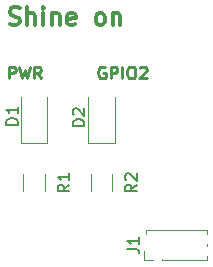
<source format=gbr>
%TF.GenerationSoftware,KiCad,Pcbnew,9.0.2-9.0.2-0~ubuntu22.04.1*%
%TF.CreationDate,2025-07-10T14:11:49-04:00*%
%TF.ProjectId,SOYCC,534f5943-432e-46b6-9963-61645f706362,rev?*%
%TF.SameCoordinates,Original*%
%TF.FileFunction,Legend,Top*%
%TF.FilePolarity,Positive*%
%FSLAX46Y46*%
G04 Gerber Fmt 4.6, Leading zero omitted, Abs format (unit mm)*
G04 Created by KiCad (PCBNEW 9.0.2-9.0.2-0~ubuntu22.04.1) date 2025-07-10 14:11:49*
%MOMM*%
%LPD*%
G01*
G04 APERTURE LIST*
%ADD10C,0.250000*%
%ADD11C,0.300000*%
%ADD12C,0.150000*%
%ADD13C,0.120000*%
G04 APERTURE END LIST*
D10*
X132482568Y-83684619D02*
X132482568Y-82684619D01*
X132482568Y-82684619D02*
X132863520Y-82684619D01*
X132863520Y-82684619D02*
X132958758Y-82732238D01*
X132958758Y-82732238D02*
X133006377Y-82779857D01*
X133006377Y-82779857D02*
X133053996Y-82875095D01*
X133053996Y-82875095D02*
X133053996Y-83017952D01*
X133053996Y-83017952D02*
X133006377Y-83113190D01*
X133006377Y-83113190D02*
X132958758Y-83160809D01*
X132958758Y-83160809D02*
X132863520Y-83208428D01*
X132863520Y-83208428D02*
X132482568Y-83208428D01*
X133387330Y-82684619D02*
X133625425Y-83684619D01*
X133625425Y-83684619D02*
X133815901Y-82970333D01*
X133815901Y-82970333D02*
X134006377Y-83684619D01*
X134006377Y-83684619D02*
X134244473Y-82684619D01*
X135196853Y-83684619D02*
X134863520Y-83208428D01*
X134625425Y-83684619D02*
X134625425Y-82684619D01*
X134625425Y-82684619D02*
X135006377Y-82684619D01*
X135006377Y-82684619D02*
X135101615Y-82732238D01*
X135101615Y-82732238D02*
X135149234Y-82779857D01*
X135149234Y-82779857D02*
X135196853Y-82875095D01*
X135196853Y-82875095D02*
X135196853Y-83017952D01*
X135196853Y-83017952D02*
X135149234Y-83113190D01*
X135149234Y-83113190D02*
X135101615Y-83160809D01*
X135101615Y-83160809D02*
X135006377Y-83208428D01*
X135006377Y-83208428D02*
X134625425Y-83208428D01*
D11*
X132563082Y-79104400D02*
X132777368Y-79175828D01*
X132777368Y-79175828D02*
X133134510Y-79175828D01*
X133134510Y-79175828D02*
X133277368Y-79104400D01*
X133277368Y-79104400D02*
X133348796Y-79032971D01*
X133348796Y-79032971D02*
X133420225Y-78890114D01*
X133420225Y-78890114D02*
X133420225Y-78747257D01*
X133420225Y-78747257D02*
X133348796Y-78604400D01*
X133348796Y-78604400D02*
X133277368Y-78532971D01*
X133277368Y-78532971D02*
X133134510Y-78461542D01*
X133134510Y-78461542D02*
X132848796Y-78390114D01*
X132848796Y-78390114D02*
X132705939Y-78318685D01*
X132705939Y-78318685D02*
X132634510Y-78247257D01*
X132634510Y-78247257D02*
X132563082Y-78104400D01*
X132563082Y-78104400D02*
X132563082Y-77961542D01*
X132563082Y-77961542D02*
X132634510Y-77818685D01*
X132634510Y-77818685D02*
X132705939Y-77747257D01*
X132705939Y-77747257D02*
X132848796Y-77675828D01*
X132848796Y-77675828D02*
X133205939Y-77675828D01*
X133205939Y-77675828D02*
X133420225Y-77747257D01*
X134063081Y-79175828D02*
X134063081Y-77675828D01*
X134705939Y-79175828D02*
X134705939Y-78390114D01*
X134705939Y-78390114D02*
X134634510Y-78247257D01*
X134634510Y-78247257D02*
X134491653Y-78175828D01*
X134491653Y-78175828D02*
X134277367Y-78175828D01*
X134277367Y-78175828D02*
X134134510Y-78247257D01*
X134134510Y-78247257D02*
X134063081Y-78318685D01*
X135420224Y-79175828D02*
X135420224Y-78175828D01*
X135420224Y-77675828D02*
X135348796Y-77747257D01*
X135348796Y-77747257D02*
X135420224Y-77818685D01*
X135420224Y-77818685D02*
X135491653Y-77747257D01*
X135491653Y-77747257D02*
X135420224Y-77675828D01*
X135420224Y-77675828D02*
X135420224Y-77818685D01*
X136134510Y-78175828D02*
X136134510Y-79175828D01*
X136134510Y-78318685D02*
X136205939Y-78247257D01*
X136205939Y-78247257D02*
X136348796Y-78175828D01*
X136348796Y-78175828D02*
X136563082Y-78175828D01*
X136563082Y-78175828D02*
X136705939Y-78247257D01*
X136705939Y-78247257D02*
X136777368Y-78390114D01*
X136777368Y-78390114D02*
X136777368Y-79175828D01*
X138063082Y-79104400D02*
X137920225Y-79175828D01*
X137920225Y-79175828D02*
X137634511Y-79175828D01*
X137634511Y-79175828D02*
X137491653Y-79104400D01*
X137491653Y-79104400D02*
X137420225Y-78961542D01*
X137420225Y-78961542D02*
X137420225Y-78390114D01*
X137420225Y-78390114D02*
X137491653Y-78247257D01*
X137491653Y-78247257D02*
X137634511Y-78175828D01*
X137634511Y-78175828D02*
X137920225Y-78175828D01*
X137920225Y-78175828D02*
X138063082Y-78247257D01*
X138063082Y-78247257D02*
X138134511Y-78390114D01*
X138134511Y-78390114D02*
X138134511Y-78532971D01*
X138134511Y-78532971D02*
X137420225Y-78675828D01*
X140134510Y-79175828D02*
X139991653Y-79104400D01*
X139991653Y-79104400D02*
X139920224Y-79032971D01*
X139920224Y-79032971D02*
X139848796Y-78890114D01*
X139848796Y-78890114D02*
X139848796Y-78461542D01*
X139848796Y-78461542D02*
X139920224Y-78318685D01*
X139920224Y-78318685D02*
X139991653Y-78247257D01*
X139991653Y-78247257D02*
X140134510Y-78175828D01*
X140134510Y-78175828D02*
X140348796Y-78175828D01*
X140348796Y-78175828D02*
X140491653Y-78247257D01*
X140491653Y-78247257D02*
X140563082Y-78318685D01*
X140563082Y-78318685D02*
X140634510Y-78461542D01*
X140634510Y-78461542D02*
X140634510Y-78890114D01*
X140634510Y-78890114D02*
X140563082Y-79032971D01*
X140563082Y-79032971D02*
X140491653Y-79104400D01*
X140491653Y-79104400D02*
X140348796Y-79175828D01*
X140348796Y-79175828D02*
X140134510Y-79175828D01*
X141277367Y-78175828D02*
X141277367Y-79175828D01*
X141277367Y-78318685D02*
X141348796Y-78247257D01*
X141348796Y-78247257D02*
X141491653Y-78175828D01*
X141491653Y-78175828D02*
X141705939Y-78175828D01*
X141705939Y-78175828D02*
X141848796Y-78247257D01*
X141848796Y-78247257D02*
X141920225Y-78390114D01*
X141920225Y-78390114D02*
X141920225Y-79175828D01*
D10*
X140626377Y-82732238D02*
X140531139Y-82684619D01*
X140531139Y-82684619D02*
X140388282Y-82684619D01*
X140388282Y-82684619D02*
X140245425Y-82732238D01*
X140245425Y-82732238D02*
X140150187Y-82827476D01*
X140150187Y-82827476D02*
X140102568Y-82922714D01*
X140102568Y-82922714D02*
X140054949Y-83113190D01*
X140054949Y-83113190D02*
X140054949Y-83256047D01*
X140054949Y-83256047D02*
X140102568Y-83446523D01*
X140102568Y-83446523D02*
X140150187Y-83541761D01*
X140150187Y-83541761D02*
X140245425Y-83637000D01*
X140245425Y-83637000D02*
X140388282Y-83684619D01*
X140388282Y-83684619D02*
X140483520Y-83684619D01*
X140483520Y-83684619D02*
X140626377Y-83637000D01*
X140626377Y-83637000D02*
X140673996Y-83589380D01*
X140673996Y-83589380D02*
X140673996Y-83256047D01*
X140673996Y-83256047D02*
X140483520Y-83256047D01*
X141102568Y-83684619D02*
X141102568Y-82684619D01*
X141102568Y-82684619D02*
X141483520Y-82684619D01*
X141483520Y-82684619D02*
X141578758Y-82732238D01*
X141578758Y-82732238D02*
X141626377Y-82779857D01*
X141626377Y-82779857D02*
X141673996Y-82875095D01*
X141673996Y-82875095D02*
X141673996Y-83017952D01*
X141673996Y-83017952D02*
X141626377Y-83113190D01*
X141626377Y-83113190D02*
X141578758Y-83160809D01*
X141578758Y-83160809D02*
X141483520Y-83208428D01*
X141483520Y-83208428D02*
X141102568Y-83208428D01*
X142102568Y-83684619D02*
X142102568Y-82684619D01*
X142769234Y-82684619D02*
X142959710Y-82684619D01*
X142959710Y-82684619D02*
X143054948Y-82732238D01*
X143054948Y-82732238D02*
X143150186Y-82827476D01*
X143150186Y-82827476D02*
X143197805Y-83017952D01*
X143197805Y-83017952D02*
X143197805Y-83351285D01*
X143197805Y-83351285D02*
X143150186Y-83541761D01*
X143150186Y-83541761D02*
X143054948Y-83637000D01*
X143054948Y-83637000D02*
X142959710Y-83684619D01*
X142959710Y-83684619D02*
X142769234Y-83684619D01*
X142769234Y-83684619D02*
X142673996Y-83637000D01*
X142673996Y-83637000D02*
X142578758Y-83541761D01*
X142578758Y-83541761D02*
X142531139Y-83351285D01*
X142531139Y-83351285D02*
X142531139Y-83017952D01*
X142531139Y-83017952D02*
X142578758Y-82827476D01*
X142578758Y-82827476D02*
X142673996Y-82732238D01*
X142673996Y-82732238D02*
X142769234Y-82684619D01*
X143578758Y-82779857D02*
X143626377Y-82732238D01*
X143626377Y-82732238D02*
X143721615Y-82684619D01*
X143721615Y-82684619D02*
X143959710Y-82684619D01*
X143959710Y-82684619D02*
X144054948Y-82732238D01*
X144054948Y-82732238D02*
X144102567Y-82779857D01*
X144102567Y-82779857D02*
X144150186Y-82875095D01*
X144150186Y-82875095D02*
X144150186Y-82970333D01*
X144150186Y-82970333D02*
X144102567Y-83113190D01*
X144102567Y-83113190D02*
X143531139Y-83684619D01*
X143531139Y-83684619D02*
X144150186Y-83684619D01*
D12*
X142529819Y-98123333D02*
X143244104Y-98123333D01*
X143244104Y-98123333D02*
X143386961Y-98170952D01*
X143386961Y-98170952D02*
X143482200Y-98266190D01*
X143482200Y-98266190D02*
X143529819Y-98409047D01*
X143529819Y-98409047D02*
X143529819Y-98504285D01*
X143529819Y-97123333D02*
X143529819Y-97694761D01*
X143529819Y-97409047D02*
X142529819Y-97409047D01*
X142529819Y-97409047D02*
X142672676Y-97504285D01*
X142672676Y-97504285D02*
X142767914Y-97599523D01*
X142767914Y-97599523D02*
X142815533Y-97694761D01*
X133244819Y-87603094D02*
X132244819Y-87603094D01*
X132244819Y-87603094D02*
X132244819Y-87364999D01*
X132244819Y-87364999D02*
X132292438Y-87222142D01*
X132292438Y-87222142D02*
X132387676Y-87126904D01*
X132387676Y-87126904D02*
X132482914Y-87079285D01*
X132482914Y-87079285D02*
X132673390Y-87031666D01*
X132673390Y-87031666D02*
X132816247Y-87031666D01*
X132816247Y-87031666D02*
X133006723Y-87079285D01*
X133006723Y-87079285D02*
X133101961Y-87126904D01*
X133101961Y-87126904D02*
X133197200Y-87222142D01*
X133197200Y-87222142D02*
X133244819Y-87364999D01*
X133244819Y-87364999D02*
X133244819Y-87603094D01*
X133244819Y-86079285D02*
X133244819Y-86650713D01*
X133244819Y-86364999D02*
X132244819Y-86364999D01*
X132244819Y-86364999D02*
X132387676Y-86460237D01*
X132387676Y-86460237D02*
X132482914Y-86555475D01*
X132482914Y-86555475D02*
X132530533Y-86650713D01*
X138884819Y-87733094D02*
X137884819Y-87733094D01*
X137884819Y-87733094D02*
X137884819Y-87494999D01*
X137884819Y-87494999D02*
X137932438Y-87352142D01*
X137932438Y-87352142D02*
X138027676Y-87256904D01*
X138027676Y-87256904D02*
X138122914Y-87209285D01*
X138122914Y-87209285D02*
X138313390Y-87161666D01*
X138313390Y-87161666D02*
X138456247Y-87161666D01*
X138456247Y-87161666D02*
X138646723Y-87209285D01*
X138646723Y-87209285D02*
X138741961Y-87256904D01*
X138741961Y-87256904D02*
X138837200Y-87352142D01*
X138837200Y-87352142D02*
X138884819Y-87494999D01*
X138884819Y-87494999D02*
X138884819Y-87733094D01*
X137980057Y-86780713D02*
X137932438Y-86733094D01*
X137932438Y-86733094D02*
X137884819Y-86637856D01*
X137884819Y-86637856D02*
X137884819Y-86399761D01*
X137884819Y-86399761D02*
X137932438Y-86304523D01*
X137932438Y-86304523D02*
X137980057Y-86256904D01*
X137980057Y-86256904D02*
X138075295Y-86209285D01*
X138075295Y-86209285D02*
X138170533Y-86209285D01*
X138170533Y-86209285D02*
X138313390Y-86256904D01*
X138313390Y-86256904D02*
X138884819Y-86828332D01*
X138884819Y-86828332D02*
X138884819Y-86209285D01*
X137614819Y-92684166D02*
X137138628Y-93017499D01*
X137614819Y-93255594D02*
X136614819Y-93255594D01*
X136614819Y-93255594D02*
X136614819Y-92874642D01*
X136614819Y-92874642D02*
X136662438Y-92779404D01*
X136662438Y-92779404D02*
X136710057Y-92731785D01*
X136710057Y-92731785D02*
X136805295Y-92684166D01*
X136805295Y-92684166D02*
X136948152Y-92684166D01*
X136948152Y-92684166D02*
X137043390Y-92731785D01*
X137043390Y-92731785D02*
X137091009Y-92779404D01*
X137091009Y-92779404D02*
X137138628Y-92874642D01*
X137138628Y-92874642D02*
X137138628Y-93255594D01*
X137614819Y-91731785D02*
X137614819Y-92303213D01*
X137614819Y-92017499D02*
X136614819Y-92017499D01*
X136614819Y-92017499D02*
X136757676Y-92112737D01*
X136757676Y-92112737D02*
X136852914Y-92207975D01*
X136852914Y-92207975D02*
X136900533Y-92303213D01*
X143329819Y-92684166D02*
X142853628Y-93017499D01*
X143329819Y-93255594D02*
X142329819Y-93255594D01*
X142329819Y-93255594D02*
X142329819Y-92874642D01*
X142329819Y-92874642D02*
X142377438Y-92779404D01*
X142377438Y-92779404D02*
X142425057Y-92731785D01*
X142425057Y-92731785D02*
X142520295Y-92684166D01*
X142520295Y-92684166D02*
X142663152Y-92684166D01*
X142663152Y-92684166D02*
X142758390Y-92731785D01*
X142758390Y-92731785D02*
X142806009Y-92779404D01*
X142806009Y-92779404D02*
X142853628Y-92874642D01*
X142853628Y-92874642D02*
X142853628Y-93255594D01*
X142425057Y-92303213D02*
X142377438Y-92255594D01*
X142377438Y-92255594D02*
X142329819Y-92160356D01*
X142329819Y-92160356D02*
X142329819Y-91922261D01*
X142329819Y-91922261D02*
X142377438Y-91827023D01*
X142377438Y-91827023D02*
X142425057Y-91779404D01*
X142425057Y-91779404D02*
X142520295Y-91731785D01*
X142520295Y-91731785D02*
X142615533Y-91731785D01*
X142615533Y-91731785D02*
X142758390Y-91779404D01*
X142758390Y-91779404D02*
X143329819Y-92350832D01*
X143329819Y-92350832D02*
X143329819Y-91731785D01*
D13*
%TO.C,J1*%
X143950000Y-99050000D02*
X143950000Y-98290000D01*
X144075000Y-96530000D02*
X149295000Y-96530000D01*
X144075000Y-96879970D02*
X144075000Y-96530000D01*
X144685000Y-99050000D02*
X143950000Y-99050000D01*
X145420000Y-99050000D02*
X145420000Y-98975565D01*
X145420000Y-99050000D02*
X149295000Y-99050000D01*
X149295000Y-96879970D02*
X149295000Y-96530000D01*
X149295000Y-97879970D02*
X149295000Y-97700030D01*
X149295000Y-99050000D02*
X149295000Y-98700030D01*
%TO.C,D1*%
X133485000Y-85265000D02*
X133485000Y-89150000D01*
X133485000Y-89150000D02*
X135755000Y-89150000D01*
X135755000Y-89150000D02*
X135755000Y-85265000D01*
%TO.C,D2*%
X139200000Y-85265000D02*
X139200000Y-89150000D01*
X139200000Y-89150000D02*
X141470000Y-89150000D01*
X141470000Y-89150000D02*
X141470000Y-85265000D01*
%TO.C,R1*%
X133710000Y-91790436D02*
X133710000Y-93244564D01*
X135530000Y-91790436D02*
X135530000Y-93244564D01*
%TO.C,R2*%
X139425000Y-91790436D02*
X139425000Y-93244564D01*
X141245000Y-91790436D02*
X141245000Y-93244564D01*
%TD*%
M02*

</source>
